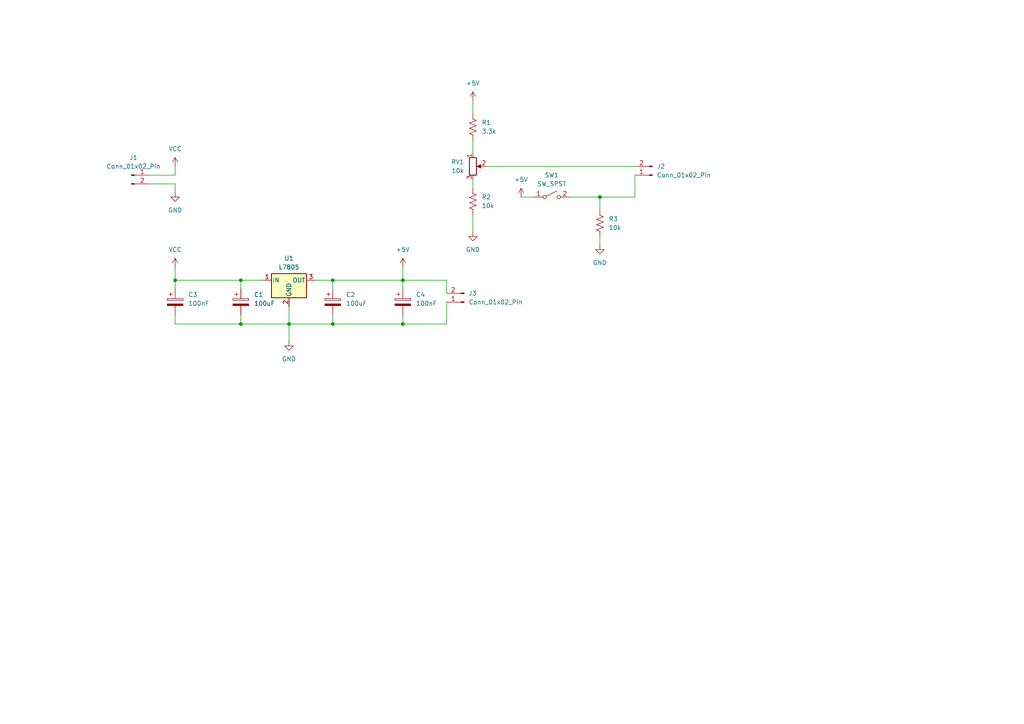
<source format=kicad_sch>
(kicad_sch (version 20250114) (generator "eeschema") (generator_version "9.0")
  (paper "A4")
  (lib_symbols
    (symbol "Connector:Conn_01x02_Pin" (pin_names (offset 1.016) (hide yes))
      (property "Reference" "J" (at 0 2.54 0))
      (property "Value" "Conn_01x02_Pin" (at 0 -5.08 0))
      (symbol "Conn_01x02_Pin_1_1"
        (rectangle (start 0.8636 0.127) (end 0 -0.127) (stroke (width 0.1524)) (fill (type outline)))
        (rectangle (start 0.8636 -2.413) (end 0 -2.667) (stroke (width 0.1524)) (fill (type outline)))
        (polyline (pts (xy 1.27 0) (xy 0.8636 0)) (stroke (width 0.1524)))
        (polyline (pts (xy 1.27 -2.54) (xy 0.8636 -2.54)) (stroke (width 0.1524)))
        (pin passive line (at 5.08 0 180) (length 3.81) (name "Pin_1") (number "1"))
        (pin passive line (at 5.08 -2.54 180) (length 3.81) (name "Pin_2") (number "2"))
      )
    )
    (symbol "Device:C_Polarized" (pin_numbers (hide yes)) (pin_names (offset 0.254))
      (property "Reference" "C" (at 0.635 2.54 0))
      (property "Value" "C_Polarized" (at 0.635 -2.54 0))
      (symbol "C_Polarized_0_1"
        (rectangle (start -2.286 0.508) (end 2.286 1.016))
        (polyline (pts (xy -1.778 2.286) (xy -0.762 2.286)))
        (polyline (pts (xy -1.27 2.794) (xy -1.27 1.778)))
        (rectangle (start 2.286 -0.508) (end -2.286 -1.016) (fill (type outline)))
      )
      (symbol "C_Polarized_1_1"
        (pin passive line (at 0 3.81 270) (length 2.794) (name "~") (number "1"))
        (pin passive line (at 0 -3.81 90) (length 2.794) (name "~") (number "2"))
      )
    )
    (symbol "Device:R_Potentiometer" (pin_names (offset 1.016) (hide yes))
      (property "Reference" "RV" (at -4.445 0 90))
      (property "Value" "R_Potentiometer" (at -2.54 0 90))
      (symbol "R_Potentiometer_0_1"
        (rectangle (start 1.016 2.54) (end -1.016 -2.54) (stroke (width 0.254)))
        (polyline (pts (xy 1.143 0) (xy 2.286 0.508) (xy 2.286 -0.508) (xy 1.143 0)) (fill (type outline)))
        (polyline (pts (xy 2.54 0) (xy 1.524 0)))
      )
      (symbol "R_Potentiometer_1_1"
        (pin passive line (at 0 3.81 270) (length 1.27) (name "1") (number "1"))
        (pin passive line (at 0 -3.81 90) (length 1.27) (name "3") (number "3"))
        (pin passive line (at 3.81 0 180) (length 1.27) (name "2") (number "2"))
      )
    )
    (symbol "Device:R_US" (pin_numbers (hide yes)) (pin_names (offset 0))
      (property "Reference" "R" (at 2.54 0 90))
      (property "Value" "R_US" (at -2.54 0 90))
      (symbol "R_US_0_1"
        (polyline (pts (xy 0 2.286) (xy 0 2.54)))
        (polyline (pts (xy 0 2.286) (xy 1.016 1.905) (xy 0 1.524) (xy -1.016 1.143) (xy 0 0.762)))
        (polyline (pts (xy 0 0.762) (xy 1.016 0.381) (xy 0 0) (xy -1.016 -0.381) (xy 0 -0.762)))
        (polyline (pts (xy 0 -0.762) (xy 1.016 -1.143) (xy 0 -1.524) (xy -1.016 -1.905) (xy 0 -2.286)))
        (polyline (pts (xy 0 -2.286) (xy 0 -2.54)))
      )
      (symbol "R_US_1_1"
        (pin passive line (at 0 3.81 270) (length 1.27) (name "~") (number "1"))
        (pin passive line (at 0 -3.81 90) (length 1.27) (name "~") (number "2"))
      )
    )
    (symbol "Regulator_Linear:L7805" (pin_names (offset 0.254))
      (property "Reference" "U" (at -3.81 3.175 0))
      (property "Value" "L7805" (at 0 3.175 0))
      (symbol "L7805_0_1"
        (rectangle (start -5.08 1.905) (end 5.08 -5.08) (stroke (width 0.254)) (fill (type background)))
      )
      (symbol "L7805_1_1"
        (pin power_in line (at -7.62 0 0) (length 2.54) (name "IN") (number "1"))
        (pin power_in line (at 0 -7.62 90) (length 2.54) (name "GND") (number "2"))
        (pin power_out line (at 7.62 0 180) (length 2.54) (name "OUT") (number "3"))
      )
    )
    (symbol "Switch:SW_SPST" (pin_names (offset 0) (hide yes))
      (property "Reference" "SW" (at 0 3.175 0))
      (property "Value" "SW_SPST" (at 0 -2.54 0))
      (symbol "SW_SPST_0_0"
        (circle (center -2.032 0) (radius 0.508))
        (polyline (pts (xy -1.524 0.254) (xy 1.524 1.778)))
        (circle (center 2.032 0) (radius 0.508))
      )
      (symbol "SW_SPST_1_1"
        (pin passive line (at -5.08 0 0) (length 2.54) (name "A") (number "1"))
        (pin passive line (at 5.08 0 180) (length 2.54) (name "B") (number "2"))
      )
    )
    (symbol "power:+5V" (power) (pin_numbers (hide yes)) (pin_names (offset 0) (hide yes))
      (property "Value" "+5V" (at 0 3.556 0))
      (symbol "+5V_0_1"
        (polyline (pts (xy -0.762 1.27) (xy 0 2.54)))
        (polyline (pts (xy 0 2.54) (xy 0.762 1.27)))
        (polyline (pts (xy 0 0) (xy 0 2.54)))
      )
      (symbol "+5V_1_1"
        (pin power_in line (at 0 0 90) (length 0) (name "~") (number "1"))
      )
    )
    (symbol "power:GND" (power) (pin_numbers (hide yes)) (pin_names (offset 0) (hide yes))
      (property "Value" "GND" (at 0 -3.81 0))
      (symbol "GND_0_1"
        (polyline (pts (xy 0 0) (xy 0 -1.27) (xy 1.27 -1.27) (xy 0 -2.54) (xy -1.27 -1.27) (xy 0 -1.27)))
      )
      (symbol "GND_1_1"
        (pin power_in line (at 0 0 270) (length 0) (name "~") (number "1"))
      )
    )
    (symbol "power:VCC" (power) (pin_numbers (hide yes)) (pin_names (offset 0) (hide yes))
      (property "Value" "VCC" (at 0 3.556 0))
      (symbol "VCC_0_1"
        (polyline (pts (xy -0.762 1.27) (xy 0 2.54)))
        (polyline (pts (xy 0 2.54) (xy 0.762 1.27)))
        (polyline (pts (xy 0 0) (xy 0 2.54)))
      )
      (symbol "VCC_1_1"
        (pin power_in line (at 0 0 90) (length 0) (name "~") (number "1"))
      )
    )
  )
  (junction (at 69.85 81.28))
  (junction (at 116.84 81.28))
  (junction (at 173.99 57.15))
  (junction (at 83.82 93.98))
  (junction (at 69.85 93.98))
  (junction (at 50.8 81.28))
  (junction (at 116.84 93.98))
  (junction (at 96.52 93.98))
  (junction (at 96.52 81.28))
  (wire (pts (xy 140.97 48.26) (xy 184.15 48.26)))
  (wire (pts (xy 137.16 40.64) (xy 137.16 44.45)))
  (wire (pts (xy 96.52 93.98) (xy 116.84 93.98)))
  (wire (pts (xy 137.16 52.07) (xy 137.16 54.61)))
  (wire (pts (xy 69.85 81.28) (xy 76.2 81.28)))
  (wire (pts (xy 151.13 57.15) (xy 154.94 57.15)))
  (wire (pts (xy 137.16 62.23) (xy 137.16 67.31)))
  (wire (pts (xy 50.8 50.8) (xy 50.8 48.26)))
  (wire (pts (xy 50.8 53.34) (xy 50.8 55.88)))
  (wire (pts (xy 173.99 57.15) (xy 173.99 60.96)))
  (wire (pts (xy 50.8 77.47) (xy 50.8 81.28)))
  (wire (pts (xy 50.8 93.98) (xy 69.85 93.98)))
  (wire (pts (xy 116.84 77.47) (xy 116.84 81.28)))
  (wire (pts (xy 43.18 53.34) (xy 50.8 53.34)))
  (wire (pts (xy 129.54 87.63) (xy 129.54 93.98)))
  (wire (pts (xy 173.99 57.15) (xy 184.15 57.15)))
  (wire (pts (xy 50.8 93.98) (xy 50.8 91.44)))
  (wire (pts (xy 116.84 93.98) (xy 116.84 91.44)))
  (wire (pts (xy 69.85 91.44) (xy 69.85 93.98)))
  (wire (pts (xy 50.8 83.82) (xy 50.8 81.28)))
  (wire (pts (xy 129.54 81.28) (xy 116.84 81.28)))
  (wire (pts (xy 96.52 83.82) (xy 96.52 81.28)))
  (wire (pts (xy 83.82 88.9) (xy 83.82 93.98)))
  (wire (pts (xy 129.54 85.09) (xy 129.54 81.28)))
  (wire (pts (xy 137.16 29.21) (xy 137.16 33.02)))
  (wire (pts (xy 96.52 81.28) (xy 116.84 81.28)))
  (wire (pts (xy 173.99 68.58) (xy 173.99 71.12)))
  (wire (pts (xy 96.52 91.44) (xy 96.52 93.98)))
  (wire (pts (xy 184.15 57.15) (xy 184.15 50.8)))
  (wire (pts (xy 83.82 93.98) (xy 96.52 93.98)))
  (wire (pts (xy 69.85 83.82) (xy 69.85 81.28)))
  (wire (pts (xy 83.82 93.98) (xy 83.82 99.06)))
  (wire (pts (xy 91.44 81.28) (xy 96.52 81.28)))
  (wire (pts (xy 129.54 93.98) (xy 116.84 93.98)))
  (wire (pts (xy 116.84 83.82) (xy 116.84 81.28)))
  (wire (pts (xy 50.8 81.28) (xy 69.85 81.28)))
  (wire (pts (xy 69.85 93.98) (xy 83.82 93.98)))
  (wire (pts (xy 43.18 50.8) (xy 50.8 50.8)))
  (wire (pts (xy 165.1 57.15) (xy 173.99 57.15)))
  (symbol (lib_id "Device:C_Polarized") (at 69.85 87.63 0) (unit 1)
    (property "Reference" "C1" (at 73.66 85.4709 0) (effects (justify left)))
    (property "Value" "100uF" (at 73.66 88.0109 0) (effects (justify left)))
    (property "Footprint" "Capacitor_THT:CP_Radial_D6.3mm_P2.50mm" (effects (hide yes)))
    (property "Description" "Polarized capacitor" (effects (hide yes)))
  )
  (symbol (lib_id "power:GND") (at 83.82 99.06 0) (unit 1)
    (property "Reference" "#PWR02" (effects (hide yes)))
    (property "Value" "GND" (at 83.82 104.14 0))
    (property "Description" "Power symbol creates a global label with name \"GND\" , ground" (effects (hide yes)))
  )
  (symbol (lib_id "power:GND") (at 173.99 71.12 0) (unit 1)
    (property "Reference" "#PWR09" (effects (hide yes)))
    (property "Value" "GND" (at 173.99 76.2 0))
    (property "Description" "Power symbol creates a global label with name \"GND\" , ground" (effects (hide yes)))
  )
  (symbol (lib_id "power:GND") (at 137.16 67.31 0) (unit 1)
    (property "Reference" "#PWR06" (effects (hide yes)))
    (property "Value" "GND" (at 137.16 72.39 0))
    (property "Description" "Power symbol creates a global label with name \"GND\" , ground" (effects (hide yes)))
  )
  (symbol (lib_id "Device:C_Polarized") (at 50.8 87.63 0) (unit 1)
    (property "Reference" "C3" (at 54.61 85.4709 0) (effects (justify left)))
    (property "Value" "100nF" (at 54.61 88.0109 0) (effects (justify left)))
    (property "Footprint" "Capacitor_THT:C_Disc_D4.7mm_W2.5mm_P5.00mm" (effects (hide yes)))
    (property "Description" "Polarized capacitor" (effects (hide yes)))
  )
  (symbol (lib_id "Connector:Conn_01x02_Pin") (at 189.23 50.8 180) (unit 1)
    (property "Reference" "J2" (at 190.5 48.2599 0) (effects (justify right)))
    (property "Value" "Conn_01x02_Pin" (at 190.5 50.7999 0) (effects (justify right)))
    (property "Footprint" "Connector_PinHeader_2.54mm:PinHeader_1x02_P2.54mm_Vertical" (effects (hide yes)))
    (property "Description" "Generic connector, single row, 01x02, script generated" (effects (hide yes)))
  )
  (symbol (lib_id "Device:R_US") (at 173.99 64.77 0) (unit 1)
    (property "Reference" "R3" (at 176.53 63.4999 0) (effects (justify left)))
    (property "Value" "10k" (at 176.53 66.0399 0) (effects (justify left)))
    (property "Footprint" "Resistor_THT:R_Axial_DIN0207_L6.3mm_D2.5mm_P10.16mm_Horizontal" (effects (hide yes)))
    (property "Description" "Resistor, US symbol" (effects (hide yes)))
  )
  (symbol (lib_id "power:VCC") (at 50.8 48.26 0) (unit 1)
    (property "Reference" "#PWR04" (effects (hide yes)))
    (property "Value" "VCC" (at 50.8 43.18 0))
    (property "Description" "Power symbol creates a global label with name \"VCC\"" (effects (hide yes)))
  )
  (symbol (lib_id "Switch:SW_SPST") (at 160.02 57.15 0) (unit 1)
    (property "Reference" "SW1" (at 160.02 50.8 0))
    (property "Value" "SW_SPST" (at 160.02 53.34 0))
    (property "Footprint" "Connector_PinHeader_2.54mm:PinHeader_1x02_P2.54mm_Vertical" (effects (hide yes)))
    (property "Description" "Single Pole Single Throw (SPST) switch" (effects (hide yes)))
  )
  (symbol (lib_id "Device:C_Polarized") (at 116.84 87.63 0) (unit 1)
    (property "Reference" "C4" (at 120.65 85.4709 0) (effects (justify left)))
    (property "Value" "100nF" (at 120.65 88.0109 0) (effects (justify left)))
    (property "Footprint" "Capacitor_THT:C_Disc_D4.7mm_W2.5mm_P5.00mm" (effects (hide yes)))
    (property "Description" "Polarized capacitor" (effects (hide yes)))
  )
  (symbol (lib_id "power:GND") (at 50.8 55.88 0) (unit 1)
    (property "Reference" "#PWR05" (effects (hide yes)))
    (property "Value" "GND" (at 50.8 60.96 0))
    (property "Description" "Power symbol creates a global label with name \"GND\" , ground" (effects (hide yes)))
  )
  (symbol (lib_id "Connector:Conn_01x02_Pin") (at 134.62 87.63 180) (unit 1)
    (property "Reference" "J3" (at 135.89 85.0899 0) (effects (justify right)))
    (property "Value" "Conn_01x02_Pin" (at 135.89 87.6299 0) (effects (justify right)))
    (property "Footprint" "Connector_PinHeader_2.54mm:PinHeader_1x02_P2.54mm_Vertical" (effects (hide yes)))
    (property "Description" "Generic connector, single row, 01x02, script generated" (effects (hide yes)))
  )
  (symbol (lib_id "Device:R_US") (at 137.16 36.83 0) (unit 1)
    (property "Reference" "R1" (at 139.7 35.5599 0) (effects (justify left)))
    (property "Value" "3.3k" (at 139.7 38.0999 0) (effects (justify left)))
    (property "Footprint" "Resistor_THT:R_Axial_DIN0207_L6.3mm_D2.5mm_P10.16mm_Horizontal" (effects (hide yes)))
    (property "Description" "Resistor, US symbol" (effects (hide yes)))
  )
  (symbol (lib_id "Device:R_Potentiometer") (at 137.16 48.26 0) (unit 1)
    (property "Reference" "RV1" (at 134.62 46.9899 0) (effects (justify right)))
    (property "Value" "10k" (at 134.62 49.5299 0) (effects (justify right)))
    (property "Footprint" "battery_emulator:PDB181" (effects (hide yes)))
    (property "Description" "Potentiometer" (effects (hide yes)))
  )
  (symbol (lib_id "Device:R_US") (at 137.16 58.42 0) (unit 1)
    (property "Reference" "R2" (at 139.7 57.1499 0) (effects (justify left)))
    (property "Value" "10k" (at 139.7 59.6899 0) (effects (justify left)))
    (property "Footprint" "Resistor_THT:R_Axial_DIN0207_L6.3mm_D2.5mm_P10.16mm_Horizontal" (effects (hide yes)))
    (property "Description" "Resistor, US symbol" (effects (hide yes)))
  )
  (symbol (lib_id "Connector:Conn_01x02_Pin") (at 38.1 50.8 0) (unit 1)
    (property "Reference" "J1" (at 38.735 45.72 0))
    (property "Value" "Conn_01x02_Pin" (at 38.735 48.26 0))
    (property "Footprint" "Connector_PinHeader_2.54mm:PinHeader_1x02_P2.54mm_Vertical" (effects (hide yes)))
    (property "Description" "Generic connector, single row, 01x02, script generated" (effects (hide yes)))
  )
  (symbol (lib_id "power:VCC") (at 50.8 77.47 0) (unit 1)
    (property "Reference" "#PWR01" (effects (hide yes)))
    (property "Value" "VCC" (at 50.8 72.39 0))
    (property "Description" "Power symbol creates a global label with name \"VCC\"" (effects (hide yes)))
  )
  (symbol (lib_id "Regulator_Linear:L7805") (at 83.82 81.28 0) (unit 1)
    (property "Reference" "U1" (at 83.82 74.93 0))
    (property "Value" "L7805" (at 83.82 77.47 0))
    (property "Footprint" "Package_TO_SOT_THT:TO-220-3_Vertical" (effects (hide yes)))
    (property "Datasheet" "http://www.st.com/content/ccc/resource/technical/document/datasheet/41/4f/b3/b0/12/d4/47/88/CD00000444.pdf/files/CD00000444.pdf/jcr:content/translations/en.CD00000444.pdf" (effects (hide yes)))
    (property "Description" "Positive 1.5A 35V Linear Regulator, Fixed Output 5V, TO-220/TO-263/TO-252" (effects (hide yes)))
  )
  (symbol (lib_id "power:+5V") (at 116.84 77.47 0) (unit 1)
    (property "Reference" "#PWR03" (effects (hide yes)))
    (property "Value" "+5V" (at 116.84 72.39 0))
    (property "Description" "Power symbol creates a global label with name \"+5V\"" (effects (hide yes)))
  )
  (symbol (lib_id "Device:C_Polarized") (at 96.52 87.63 0) (unit 1)
    (property "Reference" "C2" (at 100.33 85.4709 0) (effects (justify left)))
    (property "Value" "100uF" (at 100.33 88.0109 0) (effects (justify left)))
    (property "Footprint" "Capacitor_THT:CP_Radial_D6.3mm_P2.50mm" (effects (hide yes)))
    (property "Description" "Polarized capacitor" (effects (hide yes)))
  )
  (symbol (lib_id "power:+5V") (at 137.16 29.21 0) (unit 1)
    (property "Reference" "#PWR07" (effects (hide yes)))
    (property "Value" "+5V" (at 137.16 24.13 0))
    (property "Description" "Power symbol creates a global label with name \"+5V\"" (effects (hide yes)))
  )
  (symbol (lib_id "power:+5V") (at 151.13 57.15 0) (unit 1)
    (property "Reference" "#PWR08" (effects (hide yes)))
    (property "Value" "+5V" (at 151.13 52.07 0))
    (property "Description" "Power symbol creates a global label with name \"+5V\"" (effects (hide yes)))
  )
)
</source>
